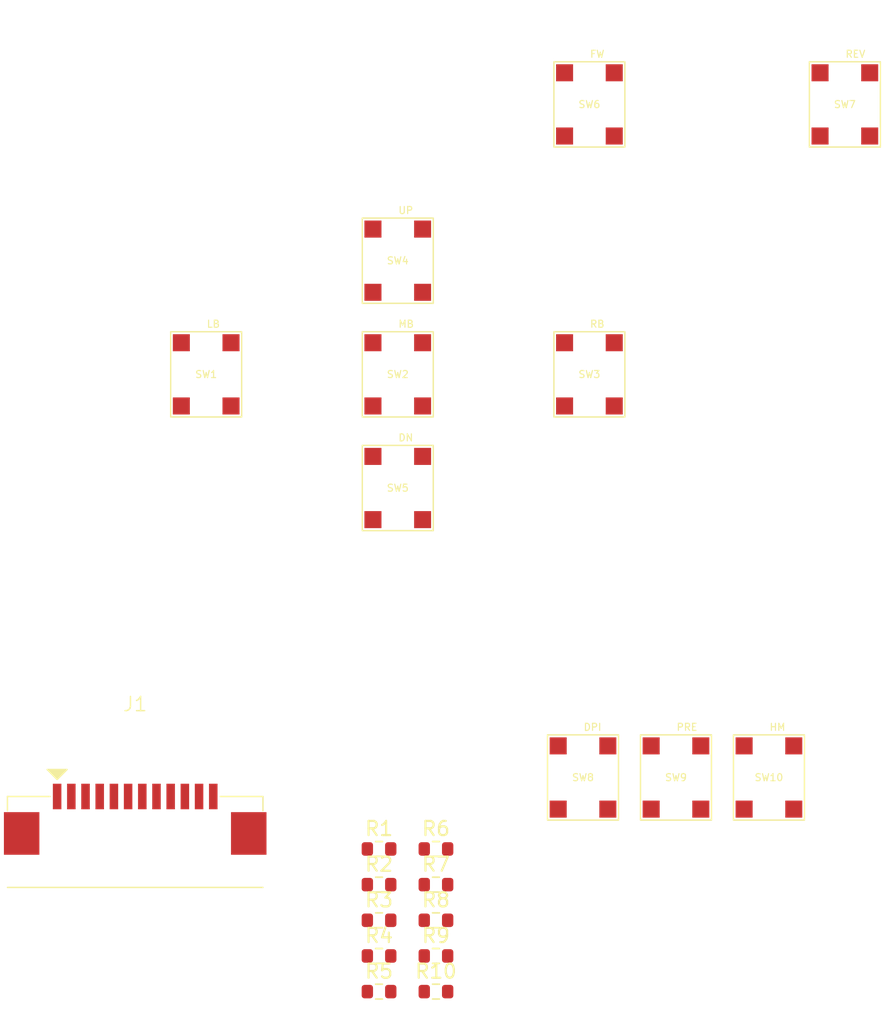
<source format=kicad_pcb>
(kicad_pcb (version 20240108) (generator "pcbnew") (generator_version "8.0")
  (layers (0 "F.Cu" signal) (31 "B.Cu" signal) (34 "B.Paste" user) (35 "F.Paste" user) (36 "B.SilkS" user "B.Silkscreen") (37 "F.SilkS" user "F.Silkscreen") (38 "B.Mask" user) (39 "F.Mask" user) (44 "Edge.Cuts" user))
  (net 0 "")
  (net 1 "GND")
  (net 2 "/LMB")
  (net 3 "+3V3")
  (net 4 "/MMB")
  (net 5 "/RMB")
  (net 6 "/SCRLUP")
  (net 7 "/SCRLDN")
  (net 8 "/FWD")
  (net 9 "/BACK")
  (net 10 "/DPI")
  (net 11 "/PRECISION")
  (net 12 "/HOME")
  (footprint "airMouseLib:TL3315NF100Q" (layer "F.Cu") (at 153.1 108.375)
    (property "Reference" "SW9" (at 0 0 0) (layer "F.SilkS") (effects (font (size 0.5 0.5) (thickness 0.08))))
    (property "Value" "KEY")
    (fp_rect (start -2.5 -3) (end 2.5 3) (stroke (width 0.1)) (fill none) (layer "F.SilkS"))
    (fp_text user "${KEY}" (at 0 -3.25 0) (layer "F.SilkS") (effects (font (size 0.5 0.5) (thickness 0.08)) (justify left bottom)))
    (pad "1" smd rect (at -1.75 -2.225) (size 1.2 1.2) (layers "F.Cu" "F.Paste" "F.Mask") (net 1 "GND"))
    (pad "1" smd rect (at -1.75 2.225 180) (size 1.2 1.2) (layers "F.Cu" "F.Paste" "F.Mask") (net 1 "GND"))
    (pad "2" smd rect (at 1.75 -2.225) (size 1.2 1.2) (layers "F.Cu" "F.Paste" "F.Mask") (net 11 "/PRECISION"))
    (pad "2" smd rect (at 1.75 2.225 180) (size 1.2 1.2) (layers "F.Cu" "F.Paste" "F.Mask") (net 11 "/PRECISION"))
  )
  (footprint "airMouseLib:TL3315NF100Q" (layer "F.Cu") (at 133.5 88)
    (property "Reference" "SW5" (at 0 0 0) (layer "F.SilkS") (effects (font (size 0.5 0.5) (thickness 0.08))))
    (property "Value" "KEY")
    (fp_rect (start -2.5 -3) (end 2.5 3) (stroke (width 0.1)) (fill none) (layer "F.SilkS"))
    (fp_text user "${KEY}" (at 0 -3.25 0) (layer "F.SilkS") (effects (font (size 0.5 0.5) (thickness 0.08)) (justify left bottom)))
    (pad "1" smd rect (at -1.75 -2.225) (size 1.2 1.2) (layers "F.Cu" "F.Paste" "F.Mask") (net 1 "GND"))
    (pad "1" smd rect (at -1.75 2.225 180) (size 1.2 1.2) (layers "F.Cu" "F.Paste" "F.Mask") (net 1 "GND"))
    (pad "2" smd rect (at 1.75 -2.225) (size 1.2 1.2) (layers "F.Cu" "F.Paste" "F.Mask") (net 7 "/SCRLDN"))
    (pad "2" smd rect (at 1.75 2.225 180) (size 1.2 1.2) (layers "F.Cu" "F.Paste" "F.Mask") (net 7 "/SCRLDN"))
  )
  (footprint "Resistor_SMD:R_0603_1608Metric" (layer "F.Cu") (at 136.19 120.935)
    (property "Reference" "R9" (at 0 -1.43 0) (layer "F.SilkS"))
    (property "Value" "10k")
    (fp_line (start -0.237258 -0.5225) (end 0.237258 -0.5225) (stroke (width 0.12)) (layer "F.SilkS"))
    (fp_line (start -0.237258 0.5225) (end 0.237258 0.5225) (stroke (width 0.12)) (layer "F.SilkS"))
    (pad "1" smd roundrect (at -0.825 0) (size 0.8 0.95) (layers "F.Cu" "F.Paste" "F.Mask") (net 3 "+3V3"))
    (pad "2" smd roundrect (at 0.825 0) (size 0.8 0.95) (layers "F.Cu" "F.Paste" "F.Mask") (net 11 "/PRECISION"))
  )
  (footprint "Resistor_SMD:R_0603_1608Metric" (layer "F.Cu") (at 136.19 118.425)
    (property "Reference" "R8" (at 0 -1.43 0) (layer "F.SilkS"))
    (property "Value" "10k")
    (fp_line (start -0.237258 -0.5225) (end 0.237258 -0.5225) (stroke (width 0.12)) (layer "F.SilkS"))
    (fp_line (start -0.237258 0.5225) (end 0.237258 0.5225) (stroke (width 0.12)) (layer "F.SilkS"))
    (pad "1" smd roundrect (at -0.825 0) (size 0.8 0.95) (layers "F.Cu" "F.Paste" "F.Mask") (net 3 "+3V3"))
    (pad "2" smd roundrect (at 0.825 0) (size 0.8 0.95) (layers "F.Cu" "F.Paste" "F.Mask") (net 10 "/DPI"))
  )
  (footprint "Resistor_SMD:R_0603_1608Metric" (layer "F.Cu") (at 132.18 113.405)
    (property "Reference" "R1" (at 0 -1.43 0) (layer "F.SilkS"))
    (property "Value" "10k")
    (fp_line (start -0.237258 -0.5225) (end 0.237258 -0.5225) (stroke (width 0.12)) (layer "F.SilkS"))
    (fp_line (start -0.237258 0.5225) (end 0.237258 0.5225) (stroke (width 0.12)) (layer "F.SilkS"))
    (pad "1" smd roundrect (at -0.825 0) (size 0.8 0.95) (layers "F.Cu" "F.Paste" "F.Mask") (net 3 "+3V3"))
    (pad "2" smd roundrect (at 0.825 0) (size 0.8 0.95) (layers "F.Cu" "F.Paste" "F.Mask") (net 2 "/LMB"))
  )
  (footprint "airMouseLib:TL3315NF100Q" (layer "F.Cu") (at 147 80)
    (property "Reference" "SW3" (at 0 0 0) (layer "F.SilkS") (effects (font (size 0.5 0.5) (thickness 0.08))))
    (property "Value" "KEY")
    (fp_rect (start -2.5 -3) (end 2.5 3) (stroke (width 0.1)) (fill none) (layer "F.SilkS"))
    (fp_text user "${KEY}" (at 0 -3.25 0) (layer "F.SilkS") (effects (font (size 0.5 0.5) (thickness 0.08)) (justify left bottom)))
    (pad "1" smd rect (at -1.75 -2.225) (size 1.2 1.2) (layers "F.Cu" "F.Paste" "F.Mask") (net 1 "GND"))
    (pad "1" smd rect (at -1.75 2.225 180) (size 1.2 1.2) (layers "F.Cu" "F.Paste" "F.Mask") (net 1 "GND"))
    (pad "2" smd rect (at 1.75 -2.225) (size 1.2 1.2) (layers "F.Cu" "F.Paste" "F.Mask") (net 5 "/RMB"))
    (pad "2" smd rect (at 1.75 2.225 180) (size 1.2 1.2) (layers "F.Cu" "F.Paste" "F.Mask") (net 5 "/RMB"))
  )
  (footprint "Resistor_SMD:R_0603_1608Metric" (layer "F.Cu") (at 136.19 113.405)
    (property "Reference" "R6" (at 0 -1.43 0) (layer "F.SilkS"))
    (property "Value" "10k")
    (fp_line (start -0.237258 -0.5225) (end 0.237258 -0.5225) (stroke (width 0.12)) (layer "F.SilkS"))
    (fp_line (start -0.237258 0.5225) (end 0.237258 0.5225) (stroke (width 0.12)) (layer "F.SilkS"))
    (pad "1" smd roundrect (at -0.825 0) (size 0.8 0.95) (layers "F.Cu" "F.Paste" "F.Mask") (net 3 "+3V3"))
    (pad "2" smd roundrect (at 0.825 0) (size 0.8 0.95) (layers "F.Cu" "F.Paste" "F.Mask") (net 8 "/FWD"))
  )
  (footprint "Resistor_SMD:R_0603_1608Metric" (layer "F.Cu") (at 132.18 120.935)
    (property "Reference" "R4" (at 0 -1.43 0) (layer "F.SilkS"))
    (property "Value" "10k")
    (fp_line (start -0.237258 -0.5225) (end 0.237258 -0.5225) (stroke (width 0.12)) (layer "F.SilkS"))
    (fp_line (start -0.237258 0.5225) (end 0.237258 0.5225) (stroke (width 0.12)) (layer "F.SilkS"))
    (pad "1" smd roundrect (at -0.825 0) (size 0.8 0.95) (layers "F.Cu" "F.Paste" "F.Mask") (net 3 "+3V3"))
    (pad "2" smd roundrect (at 0.825 0) (size 0.8 0.95) (layers "F.Cu" "F.Paste" "F.Mask") (net 6 "/SCRLUP"))
  )
  (footprint "Resistor_SMD:R_0603_1608Metric" (layer "F.Cu") (at 132.18 123.445)
    (property "Reference" "R5" (at 0 -1.43 0) (layer "F.SilkS"))
    (property "Value" "10k")
    (fp_line (start -0.237258 -0.5225) (end 0.237258 -0.5225) (stroke (width 0.12)) (layer "F.SilkS"))
    (fp_line (start -0.237258 0.5225) (end 0.237258 0.5225) (stroke (width 0.12)) (layer "F.SilkS"))
    (pad "1" smd roundrect (at -0.825 0) (size 0.8 0.95) (layers "F.Cu" "F.Paste" "F.Mask") (net 3 "+3V3"))
    (pad "2" smd roundrect (at 0.825 0) (size 0.8 0.95) (layers "F.Cu" "F.Paste" "F.Mask") (net 7 "/SCRLDN"))
  )
  (footprint "airMouseLib:TL3315NF100Q" (layer "F.Cu") (at 159.65 108.375)
    (property "Reference" "SW10" (at 0 0 0) (layer "F.SilkS") (effects (font (size 0.5 0.5) (thickness 0.08))))
    (property "Value" "KEY")
    (fp_rect (start -2.5 -3) (end 2.5 3) (stroke (width 0.1)) (fill none) (layer "F.SilkS"))
    (fp_text user "${KEY}" (at 0 -3.25 0) (layer "F.SilkS") (effects (font (size 0.5 0.5) (thickness 0.08)) (justify left bottom)))
    (pad "1" smd rect (at -1.75 -2.225) (size 1.2 1.2) (layers "F.Cu" "F.Paste" "F.Mask") (net 1 "GND"))
    (pad "1" smd rect (at -1.75 2.225 180) (size 1.2 1.2) (layers "F.Cu" "F.Paste" "F.Mask") (net 1 "GND"))
    (pad "2" smd rect (at 1.75 -2.225) (size 1.2 1.2) (layers "F.Cu" "F.Paste" "F.Mask") (net 12 "/HOME"))
    (pad "2" smd rect (at 1.75 2.225 180) (size 1.2 1.2) (layers "F.Cu" "F.Paste" "F.Mask") (net 12 "/HOME"))
  )
  (footprint "Resistor_SMD:R_0603_1608Metric" (layer "F.Cu") (at 132.18 118.425)
    (property "Reference" "R3" (at 0 -1.43 0) (layer "F.SilkS"))
    (property "Value" "10k")
    (fp_line (start -0.237258 -0.5225) (end 0.237258 -0.5225) (stroke (width 0.12)) (layer "F.SilkS"))
    (fp_line (start -0.237258 0.5225) (end 0.237258 0.5225) (stroke (width 0.12)) (layer "F.SilkS"))
    (pad "1" smd roundrect (at -0.825 0) (size 0.8 0.95) (layers "F.Cu" "F.Paste" "F.Mask") (net 3 "+3V3"))
    (pad "2" smd roundrect (at 0.825 0) (size 0.8 0.95) (layers "F.Cu" "F.Paste" "F.Mask") (net 5 "/RMB"))
  )
  (footprint "airMouseLib:DS1020-07-12VBT1A-R" (layer "F.Cu") (at 115 109.7125)
    (property "Reference" "J1" (at 0 -6.5 0) (layer "F.SilkS") (effects (font (thickness 0.1))))
    (property "Value" "DS1020-07-12VBT1A-R")
    (fp_line (start -9 0) (end -9 1) (stroke (width 0.1)) (layer "F.SilkS"))
    (fp_line (start -9 6.4) (end 9 6.4) (stroke (width 0.1)) (layer "F.SilkS"))
    (fp_line (start -6 0) (end -9 0) (stroke (width 0.1)) (layer "F.SilkS"))
    (fp_line (start 6 0) (end 9 0) (stroke (width 0.1)) (layer "F.SilkS"))
    (fp_line (start 9 0) (end 9 1) (stroke (width 0.1)) (layer "F.SilkS"))
    (fp_poly (pts (xy -5.5 -1.2) (xy -6.2 -1.9) (xy -4.8 -1.9)) (stroke (width 0.1)) (fill solid) (layer "F.SilkS"))
    (pad "1" smd rect (at -5.5 0) (size 0.6 1.8) (layers "F.Cu" "F.Paste" "F.Mask") (net 3 "+3V3"))
    (pad "2" smd rect (at -4.5 0) (size 0.6 1.8) (layers "F.Cu" "F.Paste" "F.Mask") (net 2 "/LMB"))
    (pad "3" smd rect (at -3.5 0) (size 0.6 1.8) (layers "F.Cu" "F.Paste" "F.Mask") (net 4 "/MMB"))
    (pad "4" smd rect (at -2.5 0) (size 0.6 1.8) (layers "F.Cu" "F.Paste" "F.Mask") (net 5 "/RMB"))
    (pad "5" smd rect (at -1.5 0) (size 0.6 1.8) (layers "F.Cu" "F.Paste" "F.Mask") (net 6 "/SCRLUP"))
    (pad "6" smd rect (at -0.5 0) (size 0.6 1.8) (layers "F.Cu" "F.Paste" "F.Mask") (net 7 "/SCRLDN"))
    (pad "7" smd rect (at 0.5 0) (size 0.6 1.8) (layers "F.Cu" "F.Paste" "F.Mask") (net 8 "/FWD"))
    (pad "8" smd rect (at 1.5 0) (size 0.6 1.8) (layers "F.Cu" "F.Paste" "F.Mask") (net 9 "/BACK"))
    (pad "9" smd rect (at 2.5 0) (size 0.6 1.8) (layers "F.Cu" "F.Paste" "F.Mask") (net 10 "/DPI"))
    (pad "10" smd rect (at 3.5 0) (size 0.6 1.8) (layers "F.Cu" "F.Paste" "F.Mask") (net 11 "/PRECISION"))
    (pad "11" smd rect (at 4.5 0) (size 0.6 1.8) (layers "F.Cu" "F.Paste" "F.Mask") (net 12 "/HOME"))
    (pad "12" smd rect (at 5.5 0) (size 0.6 1.8) (layers "F.Cu" "F.Paste" "F.Mask") (net 1 "GND"))
    (pad "MP" smd rect (at -8 2.6) (size 2.5 3) (layers "F.Cu" "F.Paste" "F.Mask") (net 1 "GND"))
    (pad "MP" smd rect (at 8 2.6) (size 2.5 3) (layers "F.Cu" "F.Paste" "F.Mask") (net 1 "GND"))
  )
  (footprint "airMouseLib:TL3315NF100Q" (layer "F.Cu") (at 133.5 80)
    (property "Reference" "SW2" (at 0 0 0) (layer "F.SilkS") (effects (font (size 0.5 0.5) (thickness 0.08))))
    (property "Value" "KEY")
    (fp_rect (start -2.5 -3) (end 2.5 3) (stroke (width 0.1)) (fill none) (layer "F.SilkS"))
    (fp_text user "${KEY}" (at 0 -3.25 0) (layer "F.SilkS") (effects (font (size 0.5 0.5) (thickness 0.08)) (justify left bottom)))
    (pad "1" smd rect (at -1.75 -2.225) (size 1.2 1.2) (layers "F.Cu" "F.Paste" "F.Mask") (net 1 "GND"))
    (pad "1" smd rect (at -1.75 2.225 180) (size 1.2 1.2) (layers "F.Cu" "F.Paste" "F.Mask") (net 1 "GND"))
    (pad "2" smd rect (at 1.75 -2.225) (size 1.2 1.2) (layers "F.Cu" "F.Paste" "F.Mask") (net 4 "/MMB"))
    (pad "2" smd rect (at 1.75 2.225 180) (size 1.2 1.2) (layers "F.Cu" "F.Paste" "F.Mask") (net 4 "/MMB"))
  )
  (footprint "airMouseLib:TL3315NF100Q" (layer "F.Cu") (at 147 61)
    (property "Reference" "SW6" (at 0 0 0) (layer "F.SilkS") (effects (font (size 0.5 0.5) (thickness 0.08))))
    (property "Value" "KEY")
    (fp_rect (start -2.5 -3) (end 2.5 3) (stroke (width 0.1)) (fill none) (layer "F.SilkS"))
    (fp_text user "${KEY}" (at 0 -3.25 0) (layer "F.SilkS") (effects (font (size 0.5 0.5) (thickness 0.08)) (justify left bottom)))
    (pad "1" smd rect (at -1.75 -2.225) (size 1.2 1.2) (layers "F.Cu" "F.Paste" "F.Mask") (net 1 "GND"))
    (pad "1" smd rect (at -1.75 2.225 180) (size 1.2 1.2) (layers "F.Cu" "F.Paste" "F.Mask") (net 1 "GND"))
    (pad "2" smd rect (at 1.75 -2.225) (size 1.2 1.2) (layers "F.Cu" "F.Paste" "F.Mask") (net 8 "/FWD"))
    (pad "2" smd rect (at 1.75 2.225 180) (size 1.2 1.2) (layers "F.Cu" "F.Paste" "F.Mask") (net 8 "/FWD"))
  )
  (footprint "airMouseLib:TL3315NF100Q" (layer "F.Cu") (at 120 80)
    (property "Reference" "SW1" (at 0 0 0) (layer "F.SilkS") (effects (font (size 0.5 0.5) (thickness 0.08))))
    (property "Value" "KEY")
    (fp_rect (start -2.5 -3) (end 2.5 3) (stroke (width 0.1)) (fill none) (layer "F.SilkS"))
    (fp_text user "${KEY}" (at 0 -3.25 0) (layer "F.SilkS") (effects (font (size 0.5 0.5) (thickness 0.08)) (justify left bottom)))
    (pad "1" smd rect (at -1.75 -2.225) (size 1.2 1.2) (layers "F.Cu" "F.Paste" "F.Mask") (net 1 "GND"))
    (pad "1" smd rect (at -1.75 2.225 180) (size 1.2 1.2) (layers "F.Cu" "F.Paste" "F.Mask") (net 1 "GND"))
    (pad "2" smd rect (at 1.75 -2.225) (size 1.2 1.2) (layers "F.Cu" "F.Paste" "F.Mask") (net 2 "/LMB"))
    (pad "2" smd rect (at 1.75 2.225 180) (size 1.2 1.2) (layers "F.Cu" "F.Paste" "F.Mask") (net 2 "/LMB"))
  )
  (footprint "airMouseLib:TL3315NF100Q" (layer "F.Cu") (at 165 61)
    (property "Reference" "SW7" (at 0 0 0) (layer "F.SilkS") (effects (font (size 0.5 0.5) (thickness 0.08))))
    (property "Value" "KEY")
    (fp_rect (start -2.5 -3) (end 2.5 3) (stroke (width 0.1)) (fill none) (layer "F.SilkS"))
    (fp_text user "${KEY}" (at 0 -3.25 0) (layer "F.SilkS") (effects (font (size 0.5 0.5) (thickness 0.08)) (justify left bottom)))
    (pad "1" smd rect (at -1.75 -2.225) (size 1.2 1.2) (layers "F.Cu" "F.Paste" "F.Mask") (net 1 "GND"))
    (pad "1" smd rect (at -1.75 2.225 180) (size 1.2 1.2) (layers "F.Cu" "F.Paste" "F.Mask") (net 1 "GND"))
    (pad "2" smd rect (at 1.75 -2.225) (size 1.2 1.2) (layers "F.Cu" "F.Paste" "F.Mask") (net 9 "/BACK"))
    (pad "2" smd rect (at 1.75 2.225 180) (size 1.2 1.2) (layers "F.Cu" "F.Paste" "F.Mask") (net 9 "/BACK"))
  )
  (footprint "Resistor_SMD:R_0603_1608Metric" (layer "F.Cu") (at 136.19 115.915)
    (property "Reference" "R7" (at 0 -1.43 0) (layer "F.SilkS"))
    (property "Value" "10k")
    (fp_line (start -0.237258 -0.5225) (end 0.237258 -0.5225) (stroke (width 0.12)) (layer "F.SilkS"))
    (fp_line (start -0.237258 0.5225) (end 0.237258 0.5225) (stroke (width 0.12)) (layer "F.SilkS"))
    (pad "1" smd roundrect (at -0.825 0) (size 0.8 0.95) (layers "F.Cu" "F.Paste" "F.Mask") (net 3 "+3V3"))
    (pad "2" smd roundrect (at 0.825 0) (size 0.8 0.95) (layers "F.Cu" "F.Paste" "F.Mask") (net 9 "/BACK"))
  )
  (footprint "airMouseLib:TL3315NF100Q" (layer "F.Cu") (at 133.5 72)
    (property "Reference" "SW4" (at 0 0 0) (layer "F.SilkS") (effects (font (size 0.5 0.5) (thickness 0.08))))
    (property "Value" "KEY")
    (fp_rect (start -2.5 -3) (end 2.5 3) (stroke (width 0.1)) (fill none) (layer "F.SilkS"))
    (fp_text user "${KEY}" (at 0 -3.25 0) (layer "F.SilkS") (effects (font (size 0.5 0.5) (thickness 0.08)) (justify left bottom)))
    (pad "1" smd rect (at -1.75 -2.225) (size 1.2 1.2) (layers "F.Cu" "F.Paste" "F.Mask") (net 1 "GND"))
    (pad "1" smd rect (at -1.75 2.225 180) (size 1.2 1.2) (layers "F.Cu" "F.Paste" "F.Mask") (net 1 "GND"))
    (pad "2" smd rect (at 1.75 -2.225) (size 1.2 1.2) (layers "F.Cu" "F.Paste" "F.Mask") (net 6 "/SCRLUP"))
    (pad "2" smd rect (at 1.75 2.225 180) (size 1.2 1.2) (layers "F.Cu" "F.Paste" "F.Mask") (net 6 "/SCRLUP"))
  )
  (footprint "Resistor_SMD:R_0603_1608Metric" (layer "F.Cu") (at 132.18 115.915)
    (property "Reference" "R2" (at 0 -1.43 0) (layer "F.SilkS"))
    (property "Value" "10k")
    (fp_line (start -0.237258 -0.5225) (end 0.237258 -0.5225) (stroke (width 0.12)) (layer "F.SilkS"))
    (fp_line (start -0.237258 0.5225) (end 0.237258 0.5225) (stroke (width 0.12)) (layer "F.SilkS"))
    (pad "1" smd roundrect (at -0.825 0) (size 0.8 0.95) (layers "F.Cu" "F.Paste" "F.Mask") (net 3 "+3V3"))
    (pad "2" smd roundrect (at 0.825 0) (size 0.8 0.95) (layers "F.Cu" "F.Paste" "F.Mask") (net 4 "/MMB"))
  )
  (footprint "airMouseLib:TL3315NF100Q" (layer "F.Cu") (at 146.55 108.375)
    (property "Reference" "SW8" (at 0 0 0) (layer "F.SilkS") (effects (font (size 0.5 0.5) (thickness 0.08))))
    (property "Value" "KEY")
    (fp_rect (start -2.5 -3) (end 2.5 3) (stroke (width 0.1)) (fill none) (layer "F.SilkS"))
    (fp_text user "${KEY}" (at 0 -3.25 0) (layer "F.SilkS") (effects (font (size 0.5 0.5) (thickness 0.08)) (justify left bottom)))
    (pad "1" smd rect (at -1.75 -2.225) (size 1.2 1.2) (layers "F.Cu" "F.Paste" "F.Mask") (net 1 "GND"))
    (pad "1" smd rect (at -1.75 2.225 180) (size 1.2 1.2) (layers "F.Cu" "F.Paste" "F.Mask") (net 1 "GND"))
    (pad "2" smd rect (at 1.75 -2.225) (size 1.2 1.2) (layers "F.Cu" "F.Paste" "F.Mask") (net 10 "/DPI"))
    (pad "2" smd rect (at 1.75 2.225 180) (size 1.2 1.2) (layers "F.Cu" "F.Paste" "F.Mask") (net 10 "/DPI"))
  )
  (footprint "Resistor_SMD:R_0603_1608Metric" (layer "F.Cu") (at 136.19 123.445)
    (property "Reference" "R10" (at 0 -1.43 0) (layer "F.SilkS"))
    (property "Value" "10k")
    (fp_line (start -0.237258 -0.5225) (end 0.237258 -0.5225) (stroke (width 0.12)) (layer "F.SilkS"))
    (fp_line (start -0.237258 0.5225) (end 0.237258 0.5225) (stroke (width 0.12)) (layer "F.SilkS"))
    (pad "1" smd roundrect (at -0.825 0) (size 0.8 0.95) (layers "F.Cu" "F.Paste" "F.Mask") (net 3 "+3V3"))
    (pad "2" smd roundrect (at 0.825 0) (size 0.8 0.95) (layers "F.Cu" "F.Paste" "F.Mask") (net 12 "/HOME"))
  )
)
</source>
